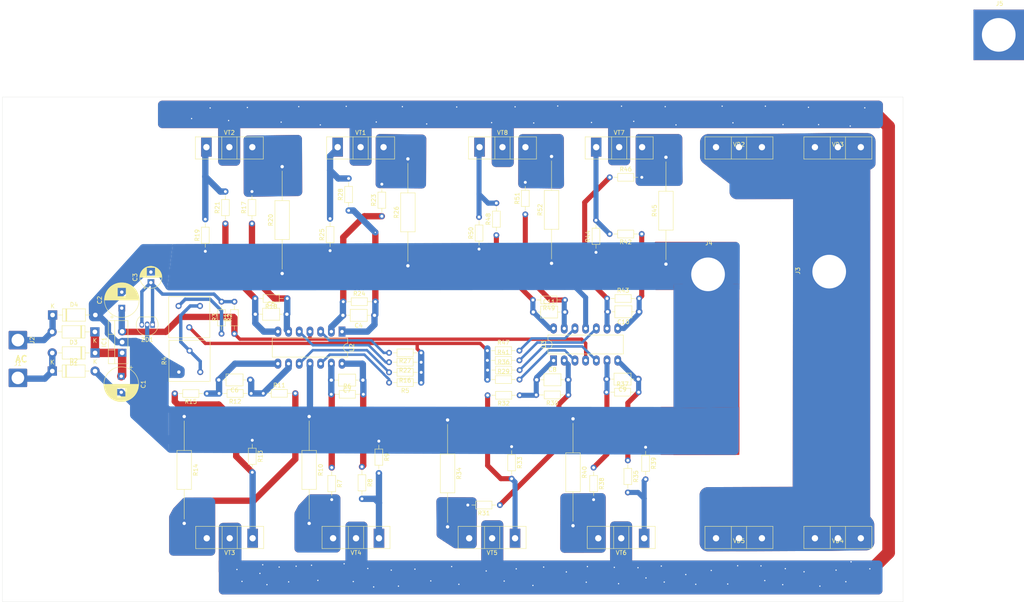
<source format=kicad_pcb>
(kicad_pcb (version 20241229) (generator "pcbnew") (generator_version "9.0")
  (layers (0 "F.Cu" signal) (2 "B.Cu" signal) (13 "F.Paste" user) (15 "B.Paste" user) (5 "F.SilkS" user "F.Silkscreen") (7 "B.SilkS" user "B.Silkscreen") (1 "F.Mask" user) (3 "B.Mask" user) (25 "Edge.Cuts" user))
  (net 0 "")
  (net 1 "GND")
  (net 2 "Net-(D1-K)")
  (net 3 "BoardPower")
  (net 4 "Net-(ZD1-K)")
  (net 5 "Net-(C4-Pad1)")
  (net 6 "Net-(U2A--)")
  (net 7 "Net-(U2B--)")
  (net 8 "Net-(C5-Pad1)")
  (net 9 "Net-(U2C--)")
  (net 10 "Net-(C7-Pad1)")
  (net 11 "Net-(U2D--)")
  (net 12 "Net-(C8-Pad1)")
  (net 13 "Net-(U3A--)")
  (net 14 "Net-(U3B--)")
  (net 15 "Net-(C9-Pad1)")
  (net 16 "Net-(U3C--)")
  (net 17 "Net-(C10-Pad1)")
  (net 18 "Net-(U3D--)")
  (net 19 "Net-(C11-Pad1)")
  (net 20 "Net-(D1-A)")
  (net 21 "Net-(D3-A)")
  (net 22 "Net-(J3-Pin_1)")
  (net 23 "Net-(R2-Pad2)")
  (net 24 "Ch_Adj")
  (net 25 "Net-(R3-Pad3)")
  (net 26 "Net-(U2D-+)")
  (net 27 "Net-(VT4-E)")
  (net 28 "Net-(VT4-G)")
  (net 29 "Net-(VT3-E)")
  (net 30 "Net-(VT3-G)")
  (net 31 "Net-(U2C-+)")
  (net 32 "Net-(VT2-E)")
  (net 33 "Net-(VT2-G)")
  (net 34 "Net-(U2B-+)")
  (net 35 "Net-(VT1-E)")
  (net 36 "Net-(VT1-G)")
  (net 37 "Net-(U2A-+)")
  (net 38 "Net-(U3A-+)")
  (net 39 "Net-(VT5-E)")
  (net 40 "Net-(VT5-G)")
  (net 41 "Net-(VT6-G)")
  (net 42 "Net-(U3B-+)")
  (net 43 "Net-(VT6-E)")
  (net 44 "Net-(U3C-+)")
  (net 45 "Net-(VT7-G)")
  (net 46 "Net-(VT7-E)")
  (net 47 "Net-(U3D-+)")
  (net 48 "Net-(VT8-G)")
  (net 49 "Net-(VT8-E)")
  (net 50 "IN+Dioded")
  (net 51 "Net-(C6-Pad2)")
  (net 52 "Net-(J5-Pin_1)")
  (footprint "Resistor_THT:R_Axial_DIN0204_L3.6mm_D1.6mm_P7.62mm_Horizontal" (layer "F.Cu") (at 145.24 72.59 90)
    (property "Reference" "R50")
    (property "Value" "4,7k")
  )
  (footprint "Resistor_THT:R_Axial_DIN0204_L3.6mm_D1.6mm_P7.62mm_Horizontal" (layer "F.Cu") (at 110.14 107.1)
    (property "Reference" "R6")
    (property "Value" "220k")
  )
  (footprint "Resistor_THT:R_Axial_DIN0204_L3.6mm_D1.6mm_P7.62mm_Horizontal" (layer "F.Cu") (at 166.44 107.25 180)
    (property "Reference" "R30")
    (property "Value" "220k")
  )
  (footprint "Resistor_THT:R_Axial_DIN0309_L9.0mm_D3.2mm_P25.40mm_Horizontal" (layer "F.Cu") (at 162.45 75.97 90)
    (property "Reference" "R52")
    (property "Value" "0,1R")
  )
  (footprint "Package_DIP:DIP-14_W7.62mm_LongPads" (layer "F.Cu") (at 162.93 99.07 90)
    (property "Reference" "U3")
    (property "Value" "LM324")
  )
  (footprint "Package_TO_SOT_THT:TO-247-3_Vertical" (layer "F.Cu") (at 121.47 141.31 180)
    (property "Reference" "VT4")
    (property "Value" "IRGPS40B120U")
  )
  (footprint "Resistor_THT:R_Axial_DIN0204_L3.6mm_D1.6mm_P7.62mm_Horizontal" (layer "F.Cu") (at 109.86 72.96 90)
    (property "Reference" "R25")
    (property "Value" "4,7k")
  )
  (footprint "Package_TO_SOT_THT:TO-247-3_Vertical" (layer "F.Cu") (at 145.35 48.36)
    (property "Reference" "VT8")
    (property "Value" "IRGPS40B120U")
  )
  (footprint "Diode_THT:D_DO-41_SOD81_P10.16mm_Horizontal" (layer "F.Cu") (at 43.96 88.25)
    (property "Reference" "D4")
    (property "Value" "1N4007")
  )
  (footprint "Capacitor_THT:CP_Radial_D8.0mm_P3.80mm" (layer "F.Cu") (at 60.39 86.61 90)
    (property "Reference" "C2")
    (property "Value" "100uF")
  )
  (footprint "Package_TO_SOT_THT:TO-247-3_Vertical" (layer "F.Cu") (at 111.66 48.36)
    (property "Reference" "VT1")
    (property "Value" "IRGPS40B120U")
  )
  (footprint "Resistor_THT:R_Axial_DIN0204_L3.6mm_D1.6mm_P7.62mm_Horizontal" (layer "F.Cu") (at 121.44 118.23 -90)
    (property "Reference" "R9")
    (property "Value" "4,7k")
  )
  (footprint "Resistor_THT:R_Axial_DIN0204_L3.6mm_D1.6mm_P7.62mm_Horizontal" (layer "F.Cu") (at 85 66.53 90)
    (property "Reference" "R21")
    (property "Value" "1k")
  )
  (footprint "Resistor_THT:R_Axial_DIN0204_L3.6mm_D1.6mm_P7.62mm_Horizontal" (layer "F.Cu") (at 117.43 124.32 -90)
    (property "Reference" "R8")
    (property "Value" "1k")
  )
  (footprint "Package_TO_SOT_THT:TO-92_Inline" (layer "F.Cu") (at 67.7 90.55 180)
    (property "Reference" "ZD1")
    (property "Value" "TL431")
  )
  (footprint "Resistor_THT:R_Axial_DIN0204_L3.6mm_D1.6mm_P7.62mm_Horizontal" (layer "F.Cu") (at 131.49 101.88 180)
    (property "Reference" "R16")
    (property "Value" "1k")
  )
  (footprint "SuperTO247-3:TO-247-3(powirtab)" (layer "F.Cu") (at 225 48.36)
    (property "Reference" "VD3")
    (property "Value" "80EBU02")
  )
  (footprint "Resistor_THT:R_Axial_DIN0204_L3.6mm_D1.6mm_P7.62mm_Horizontal" (layer "F.Cu") (at 150.19 133.42 180)
    (property "Reference" "R31")
    (property "Value" "1k")
  )
  (footprint "Resistor_THT:R_Axial_DIN0204_L3.6mm_D1.6mm_P7.62mm_Horizontal" (layer "F.Cu") (at 93.99 106.875)
    (property "Reference" "R11")
    (property "Value" "1k")
  )
  (footprint "Package_TO_SOT_THT:TO-247-3_Vertical" (layer "F.Cu") (at 80.49 48.36)
    (property "Reference" "VT2")
    (property "Value" "IRGPS40B120U")
  )
  (footprint "Resistor_THT:R_Axial_DIN0204_L3.6mm_D1.6mm_P7.62mm_Horizontal" (layer "F.Cu") (at 114.26 63.42 90)
    (property "Reference" "R28")
    (property "Value" "1k")
  )
  (footprint "Library:SolderWire-16sqmm_1x01_D8.5mm_OD12mm" (layer "F.Cu") (at 268.65 21.67)
    (property "Reference" "J5")
    (property "Value" "LOAD_IN+")
  )
  (footprint "Capacitor_THT:CP_Radial_D8.0mm_P3.80mm" (layer "F.Cu") (at 60.27 102.81 -90)
    (property "Reference" "C1")
    (property "Value" "100uF")
  )
  (footprint "Resistor_THT:R_Axial_DIN0309_L9.0mm_D3.2mm_P25.40mm_Horizontal" (layer "F.Cu") (at 167.55 112.93 -90)
    (property "Reference" "R40")
    (property "Value" "0,1R")
  )
  (footprint "Resistor_THT:R_Axial_DIN0204_L3.6mm_D1.6mm_P7.62mm_Horizontal" (layer "F.Cu") (at 173.01 73.36 90)
    (property "Reference" "R44")
    (property "Value" "4,7k")
  )
  (footprint "Potentiometer_THT:Potentiometer_Bourns_3386F_Vertical" (layer "F.Cu") (at 73.88 86.105 -90)
    (property "Reference" "R3")
    (property "Value" "5k")
  )
  (footprint "Resistor_THT:R_Axial_DIN0309_L9.0mm_D3.2mm_P25.40mm_Horizontal" (layer "F.Cu") (at 137.76 113.2 -90)
    (property "Reference" "R34")
    (property "Value" "0,1R")
  )
  (footprint "Connector_Wire:SolderWire-2.5sqmm_1x01_D2.4mm_OD4.4mm" (layer "F.Cu") (at 35.72 103.2)
    (property "Reference" "J1")
    (property "Value" "IN+")
  )
  (footprint "Resistor_THT:R_Axial_DIN0204_L3.6mm_D1.6mm_P7.62mm_Horizontal" (layer "F.Cu") (at 175.64 84.33)
    (property "Reference" "R43")
    (property "Value" "220k")
  )
  (footprint "Package_TO_SOT_THT:TO-220-3_Vertical" (layer "F.Cu") (at 60.48 97.24 90)
    (property "Reference" "IC1")
    (property "Value" "L7812")
  )
  (footprint "Resistor_THT:R_Axial_DIN0204_L3.6mm_D1.6mm_P7.62mm_Horizontal" (layer "F.Cu") (at 156.22 64.34 90)
    (property "Reference" "R51")
    (property "Value" "1k")
  )
  (footprint "Resistor_THT:R_Axial_DIN0309_L9.0mm_D3.2mm_P25.40mm_Horizontal" (layer "F.Cu") (at 189.62 76.16 90)
    (property "Reference" "R45")
    (property "Value" "0,1R")
  )
  (footprint "Resistor_THT:R_Axial_DIN0204_L3.6mm_D1.6mm_P7.62mm_Horizontal" (layer "F.Cu") (at 91.31 66.53 90)
    (property "Reference" "R17")
    (property "Value" "1k")
  )
  (footprint "Resistor_THT:R_Axial_DIN0204_L3.6mm_D1.6mm_P7.62mm_Horizontal" (layer "F.Cu") (at 91.38 118.02 -90)
    (property "Reference" "R13")
    (property "Value" "4,7k")
  )
  (footprint "Capacitor_THT:CP_Radial_D5.0mm_P2.50mm" (layer "F.Cu") (at 67.3 80.54 90)
    (property "Reference" "C3")
    (property "Value" "10uF")
  )
  (footprint "Resistor_THT:R_Axial_DIN0204_L3.6mm_D1.6mm_P7.62mm_Horizontal" (layer "F.Cu") (at 131.49 97.24 180)
    (property "Reference" "R27")
    (property "Value" "1k")
  )
  (footprint "Resistor_THT:R_Axial_DIN0204_L3.6mm_D1.6mm_P7.62mm_Horizontal" (layer "F.Cu") (at 176.27 55.53)
    (property "Reference" "R46")
    (property "Value" "1k")
  )
  (footprint "Resistor_THT:R_Axial_DIN0309_L9.0mm_D3.2mm_P25.40mm_Horizontal" (layer "F.Cu") (at 75.22 112.38 -90)
    (property "Reference" "R14")
    (property "Value" "0,1R")
  )
  (footprint "Resistor_THT:R_Axial_DIN0204_L3.6mm_D1.6mm_P7.62mm_Horizontal" (layer "F.Cu") (at 80.6 106.915 180)
    (property "Reference" "R15")
    (property "Value" "1k")
  )
  (footprint "Package_TO_SOT_THT:TO-247-3_Vertical" (layer "F.Cu") (at 173.06 48.36)
    (property "Reference" "VT7")
    (property "Value" "IRGPS40B120U")
  )
  (footprint "Resistor_THT:R_Axial_DIN0204_L3.6mm_D1.6mm_P7.62mm_Horizontal" (layer "F.Cu") (at 80.23 73.11 90)
    (property "Reference" "R19")
    (property "Value" "4,7k")
  )
  (footprint "Diode_THT:D_DO-41_SOD81_P10.16mm_Horizontal" (layer "F.Cu") (at 54.05 97.26 180)
    (property "Reference" "D1")
    (property "Value" "1N4007")
  )
  (footprint "Resistor_THT:R_Axial_DIN0204_L3.6mm_D1.6mm_P7.62mm_Horizontal" (layer "F.Cu") (at 165.64 84.68 180)
    (property "Reference" "R49")
    (property "Value" "220k")
  )
  (footprint "Resistor_THT:R_Axial_DIN0204_L3.6mm_D1.6mm_P7.62mm_Horizontal" (layer "F.Cu") (at 152.97 119.54 -90)
    (property "Reference" "R33")
    (property "Value" "4,7k")
  )
  (footprint "SuperTO247-3:TO-247-3(powirtab)" (layer "F.Cu") (at 212.41 141.31 180)
    (property "Reference" "VD5")
    (property "Value" "80EBU02")
  )
  (footprint "Package_DIP:DIP-14_W7.62mm_LongPads" (layer "F.Cu") (at 112.7 92.2 -90)
    (property "Reference" "U2")
    (property "Value" "LM324")
  )
  (footprint "Resistor_THT:R_Axial_DIN0309_L9.0mm_D3.2mm_P25.40mm_Horizontal" (layer "F.Cu") (at 104.895 112.38 -90)
    (property "Reference" "R10")
    (property "Value" "0,1R")
  )
  (footprint "Resistor_THT:R_Axial_DIN0309_L9.0mm_D3.2mm_P25.40mm_Horizontal" (layer "F.Cu") (at 128.34 76.55 90)
    (property "Reference" "R26")
    (property "Value" "0,1R")
  )
  (footprint "Resistor_THT:R_Axial_DIN0204_L3.6mm_D1.6mm_P7.62mm_Horizontal" (layer "F.Cu") (at 91.12 106.895 180)
    (property "Reference" "R12")
    (property "Value" "220k")
  )
  (footprint "Capacitor_THT:C_Axial_L3.8mm_D2.6mm_P7.50mm_Horizontal" (layer "F.Cu") (at 158.12 87.55)
    (property "Reference" "C11")
    (property "Value" "1nF")
  )
  (footprint "Resistor_THT:R_Axial_DIN0204_L3.6mm_D1.6mm_P7.62mm_Horizontal" (layer "F.Cu") (at 147.21 99.03)
    (property "Reference" "R41")
    (property "Value" "1k")
  )
  (footprint "Resistor_THT:R_Axial_DIN0204_L3.6mm_D1.6mm_P7.62mm_Horizontal" (layer "F.Cu") (at 147.23 103.6)
    (property "Reference" "R29")
    (property "Value" "1k")
  )
  (footprint "Resistor_THT:R_Axial_DIN0204_L3.6mm_D1.6mm_P7.62mm_Horizontal" (layer "F.Cu") (at 154.89 107.33 180)
    (property "Reference" "R32")
    (property "Value" "1k")
  )
  (footprint "Resistor_THT:R_Axial_DIN0204_L3.6mm_D1.6mm_P7.62mm_Horizontal" (layer "F.Cu") (at 131.5 104.32 180)
    (property "Reference" "R5")
    (property "Value" "1k")
  )
  (footprint "Resistor_THT:R_Axial_DIN0204_L3.6mm_D1.6mm_P7.62mm_Horizontal" (layer "F.Cu") (at 87.14 92.7 90)
    (property "Reference" "R1")
    (property "Value" "2k")
  )
  (footprint "Package_TO_SOT_THT:TO-247-3_Vertical" (layer "F.Cu") (at 153.79 141.31 180)
    (property "Reference" "VT5")
    (property "Value" "IRGPS40B120U")
  )
  (footprint "Resistor_THT:R_Axial_DIN0204_L3.6mm_D1.6mm_P7.62mm_Horizontal" (layer "F.Cu") (at 183.87 69 180)
    (property "Reference" "R42")
    (property "Value" "1k")
  )
  (footprint "SuperTO247-3:TO-247-3(powirtab)" (layer "F.Cu") (at 201.51 48.36)
    (property "Reference" "VD2")
    (property "Value" "80EBU02")
  )
  (footprint "Library:SolderWire-16sqmm_1x01_D8.5mm_OD12mm" (layer "F.Cu") (at 199.62 78.59)
    (property "Reference" "J4")
    (property "Value" "GND")
  )
  (footprint "Capacitor_THT:C_Axial_L3.8mm_D2.6mm_P7.50mm_Horizontal" (layer "F.Cu") (at 117.65 103.73 180)
    (property "Reference" "C7")
    (property "Value" "1nF")
  )
  (footprint "Resistor_THT:R_Axial_DIN0204_L3.6mm_D1.6mm_P7.62mm_Horizontal" (layer "F.Cu") (at 112.99 85.09)
    (property "Reference" "R24")
    (property "Value" "220k")
  )
  (footprint "Potentiometer_THT:Potentiometer_Bourns_3386F_Vertical" (layer "F.Cu") (at 79.03 101.81 90)
    (property "Reference" "R4")
    (property "Value" "2k")
  )
  (footprint "Capacitor_THT:C_Axial_L3.8mm_D2.6mm_P7.50mm_Horizontal" (layer "F.Cu") (at 158.92 103.64)
    (property "Reference" "C8")
    (property "Value" "1nF")
  )
  (footprint "Resistor_THT:R_Axial_DIN0204_L3.6mm_D1.6mm_P7.62mm_Horizontal" (layer "F.Cu") (at 149.35 69.28 90)
    (property "Reference" "R48")
    (property "Value" "1k")
  )
  (footprint "Resistor_THT:R_Axial_DIN0204_L3.6mm_D1.6mm_P7.62mm_Horizontal" (layer "F.Cu") (at 184.79 119.68 -90)
    (property "Reference" "R39")
    (property "Value" "4,7k")
  )
  (footprint "Resistor_THT:R_Axial_DIN0204_L3.6mm_D1.6mm_P7.62mm_Horizontal" (layer "F.Cu") (at 147.21 96.71)
    (property "Reference" "R47")
    (property "Value" "1k")
  )
  (footprint "Resistor_THT:R_Axial_DIN0204_L3.6mm_D1.6mm_P7.62mm_Horizontal" (layer "F.Cu") (at 172.44 124.52 -90)
    (property "Reference" "R38")
    (property "Value" "1k")
  )
  (footprint "Library:SolderWire-16sqmm_1x01_D8.5mm_OD12mm" (layer "F.Cu") (at 228.39 77.94 90)
    (property "Reference" "J3")
    (property "Value" "LOAD_IN+")
  )
  (footprint "Resistor_THT:R_Axial_DIN0204_L3.6mm_D1.6mm_P7.62mm_Horizontal" (layer "F.Cu") (at 99.69 84.33 180)
    (property "Reference" "R18")
    (property "Value" "220k")
  )
  (footprint "Resistor_THT:R_Axial_DIN0309_L9.0mm_D3.2mm_P25.40mm_Horizontal" (layer "F.Cu") (at 98.48 78.39 90)
    (property "Reference" "R20")
    (property "Value" "0,1R")
  )
  (footprint "Diode_THT:D_DO-41_SOD81_P10.16mm_Horizontal" (layer "F.Cu") (at 43.89 101.58)
    (property "Reference" "D2")
    (property "Value" "1N4007")
  )
  (footprint "Package_TO_SOT_THT:TO-247-3_Vertical" (layer "F.Cu") (at 184.45 141.31 180)
    (property "Reference" "VT6")
    (property "Value" "IRGPS40B120U")
  )
  (footprint "Resistor_THT:R_Axial_DIN0204_L3.6mm_D1.6mm_P7.62mm_Horizontal" (layer "F.Cu") (at 131.48 99.48 180)
    (property "Reference" "R22")
    (property "Value" "1k")
  )
  (footprint "Resistor_THT:R_Axial_DIN0204_L3.6mm_D1.6mm_P7.62mm_Horizontal" (layer "F.Cu") (at 122.15 64.78 90)
    (property "Reference" "R23")
    (property "Value" "1k")
  )
  (footprint "Resistor_THT:R_Axial_DIN0204_L3.6mm_D1.6mm_P7.62mm_Horizontal" (layer "F.Cu") (at 84.08 85.08 -90)
    (property "Reference" "R2")
    (property "Value" "22k*")
  )
  (footprint "Package_TO_SOT_THT:TO-247-3_Vertical" (layer "F.Cu") (at 91.47 141.31 180)
    (property "Reference" "VT3")
    (property "Value" "IRGPS40B120U")
  )
  (footprint "Capacitor_THT:C_Axial_L3.8mm_D2.6mm_P7.50mm_Horizontal" (layer "F.Cu") (at 120.41 88.33 180)
    (property "Reference" "C4")
    (property "Value" "1nF")
  )
  (footprint "SuperTO247-3:TO-247-3(powirtab)" (layer "F.Cu") (at 235.9 141.31 180)
    (property "Reference" "VD4")
    (property "Value" "80EBU02")
  )
  (footprint "Capacitor_THT:C_Axial_L3.8mm_D2.6mm_P7.50mm_Horizontal" (layer "F.Cu") (at 92.1 88.07)
    (property "Reference" "C5")
    (property "Value" "1nF")
  )
  (footprint "Diode_THT:D_DO-41_SOD81_P10.16mm_Horizontal" (layer "F.Cu") (at 54.01 92.26 180)
    (property "Reference" "D3")
    (property "Value" "1N4007")
  )
  (footprint "Resistor_THT:R_Axial_DIN0204_L3.6mm_D1.6mm_P7.62mm_Horizontal" (layer "F.Cu") (at 180.57 122.81 -90)
    (property "Reference" "R35")
    (property "Value" "1k")
  )
  (footprint "Resistor_THT:R_Axial_DIN0204_L3.6mm_D1.6mm_P7.62mm_Horizontal" (layer "F.Cu") (at 110.25 124.51 -90)
    (property "Reference" "R7")
    (property "Value" "1k")
  )
  (footprint "Resistor_THT:R_Axial_DIN0204_L3.6mm_D1.6mm_P7.62mm_Horizontal" (layer "F.Cu") (at 147.26 101.35)
    (property "Reference" "R36")
    (property "Value" "1k")
  )
  (footprint "Capacitor_THT:C_Axial_L3.8mm_D2.6mm_P7.50mm_Horizontal" (layer "F.Cu") (at 183.26 87.48 180)
    (property "Reference" "C10")
    (property "Value" "1nF")
  )
  (footprint "Connector_Wire:SolderWire-2.5sqmm_1x01_D2.4mm_OD4.4mm" (layer "F.Cu") (at 35.72 94.22 -90)
    (property "Reference" "J2")
    (property "Value" "IN-")
  )
  (footprint "Resistor_THT:R_Axial_DIN0204_L3.6mm_D1.6mm_P7.62mm_Horizontal" (layer "F.Cu") (at 175.51 106.6)
    (property "Reference" "R37")
    (property "Value" "220k")
  )
  (footprint "Capacitor_THT:C_Axial_L3.8mm_D2.6mm_P7.50mm_Horizontal" (layer "F.Cu") (at 183.06 103.5 180)
    (property "Reference" "C9")
    (property "Value" "1nF")
  )
  (footprint "Capacitor_THT:C_Axial_L3.8mm_D2.6mm_P7.50mm_Horizontal" (layer "F.Cu") (at 90.92 103.685 180)
    (property "Reference" "C6")
    (property "Value" "1nF")
  )
  (gr_rect (start 32.06 36.425) (end 245.92 156.425) (stroke (width 0.05)) (fill no) (layer "Edge.Cuts"))
  (gr_text "AC\n" (at 34.94 99.6 0) (layer "F.SilkS") (effects (font (size 1.5 1.5) (thickness 0.3) (bold yes)) (justify left bottom)))
  (segment (start 60.39 82.81) (end 59.56 82.81) (width 1.5) (layer "B.Cu") (net 1))
  (segment (start 105.08 112.195) (end 104.895 112.38) (width 1.5) (layer "B.Cu") (net 1))
  (segment (start 59.2 94.7) (end 60.48 94.7) (width 1.5) (layer "B.Cu") (net 1))
  (segment (start 71.85 78.04) (end 71.86 78.05) (width 1.2) (layer "B.Cu") (net 1))
  (segment (start 60.27 106.61) (end 59.08 106.61) (width 1.5) (layer "B.Cu") (net 1))
  (segment (start 59.56 82.81) (end 54.12 88.25) (width 1.5) (layer "B.Cu") (net 1))
  (segment (start 73.95 101.81) (end 66.45 101.81) (width 1.2) (layer "B.Cu") (net 1))
  (segment (start 57.1 92.6) (end 59.2 94.7) (width 1.5) (layer "B.Cu") (net 1))
  (segment (start 57.1 90.55) (end 57.1 92.6) (width 1.5) (layer "B.Cu") (net 1))
  (segment (start 66.43 105.49) (end 72.26 111.32) (width 1.2) (layer "B.Cu") (net 1))
  (segment (start 66.43 90.55) (end 66.43 96.2) (width 1) (layer "B.Cu") (net 1))
  (segment (start 66.43 101.79) (end 66.43 105.49) (width 1.2) (layer "B.Cu") (net 1))
  (segment (start 66.43 96.2) (end 66.43 101.79) (width 1.2) (layer "B.Cu") (net 1))
  (segment (start 65.16 78.04) (end 60.39 82.81) (width 1.2) (layer "B.Cu") (net 1))
  (segment (start 105.08 99.82) (end 105.08 112.195) (width 1.5) (layer "B.Cu") (net 1))
  (segment (start 170.55 84.1) (end 167.47 81.02) (width 1.2) (layer "B.Cu") (net 1))
  (segment (start 63.65 94.7) (end 60.48 94.7) (width 2) (layer "B.Cu") (net 1))
  (segment (start 59.08 106.61) (end 54.05 101.58) (width 1.5) (layer "B.Cu") (net 1))
  (segment (start 67.3 78.04) (end 71.85 78.04) (width 1.2) (layer "B.Cu") (net 1))
  (segment (start 54.12 88.25) (end 54.8 88.25) (width 1.5) (layer "B.Cu") (net 1))
  (segment (start 63.7 94.75) (end 65.15 96.2) (width 1.2) (layer "B.Cu") (net 1))
  (segment (start 72.36 118.7) (end 72.36 119.75) (width 1.5) (layer "B.Cu") (net 1))
  (segment (start 66.45 101.81) (end 66.43 101.79) (width 0.8) (layer "B.Cu") (net 1))
  (segment (start 54.8 88.25) (end 57.1 90.55) (width 1.5) (layer "B.Cu") (net 1))
  (segment (start 67.3 78.04) (end 65.16 78.04) (width 1.2) (layer "B.Cu") (net 1))
  (segment (start 63.7 94.75) (end 63.65 94.7) (width 2) (layer "B.Cu") (net 1))
  (segment (start 65.15 96.2) (end 66.43 96.2) (width 1.2) (layer "B.Cu") (net 1))
  (segment (start 60.48 94.7) (end 60.48 94.61) (width 0.8) (layer "B.Cu") (net 1))
  (segment (start 60.27 106.61) (end 72.36 118.7) (width 1.5) (layer "B.Cu") (net 1))
  (segment (start 170.55 91.45) (end 170.55 84.1) (width 1.2) (layer "B.Cu") (net 1))
  (segment (start 54.01 92.26) (end 54.01 97.22) (width 2) (layer "F.Cu") (net 2))
  (segment (start 54.05 97.26) (end 60.46 97.26) (width 2) (layer "F.Cu") (net 2))
  (segment (start 60.48 97.24) (end 60.48 102.6) (width 2) (layer "F.Cu") (net 2))
  (segment (start 60.46 97.26) (end 60.48 97.24) (width 2) (layer "F.Cu") (net 2))
  (segment (start 60.48 102.6) (end 60.27 102.81) (width 2) (layer "F.Cu") (net 2))
  (segment (start 54.01 97.22) (end 54.05 97.26) (width 2) (layer "F.Cu") (net 2))
  (segment (start 54.01 97.22) (end 54.05 97.26) (width 0.6) (layer "B.Cu") (net 2))
  (segment (start 54.07 97.24) (end 54.05 97.26) (width 1.5) (layer "B.Cu") (net 2))
  (segment (start 60.48 92.16) (end 60.57 92.25) (width 1.5) (layer "F.Cu") (net 3))
  (segment (start 105.08 93.62) (end 105.08 92.2) (width 0.8) (layer "F.Cu") (net 3))
  (segment (start 170.55 94.97) (end 170.55 99.07) (width 0.8) (layer "F.Cu") (net 3))
  (segment (start 104.7 94) (end 169.58 94) (width 0.8) (layer "F.Cu") (net 3))
  (segment (start 60.57 92.25) (end 70.84 92.25) (width 1.5) (layer "F.Cu") (net 3))
  (segment (start 169.58 94) (end 170.55 94.97) (width 0.8) (layer "F.Cu") (net 3))
  (segment (start 88.44 94) (end 104.7 94) (width 0.8) (layer "F.Cu") (net 3))
  (segment (start 104.7 94) (end 105.08 93.62) (width 0.8) (layer "F.Cu") (net 3))
  (segment (start 87.14 88.92) (end 87.14 92.7) (width 1.5) (layer "F.Cu") (net 3))
  (segment (start 86.92 88.7) (end 87.14 88.92) (width 1.5) (layer "F.Cu") (net 3))
  (segment (start 74.39 88.7) (end 86.92 88.7) (width 1.5) (layer "F.Cu") (net 3))
  (segment (start 70.84 92.25) (end 74.39 88.7) (width 1.5) (layer "F.Cu") (net 3))
  (segment (start 87.14 92.7) (end 88.44 94) (width 0.8) (layer "F.Cu") (net 3))
  (segment (start 60.39 92.07) (end 60.48 92.16) (width 1.5) (layer "B.Cu") (net 3))
  (segment (start 60.39 86.61) (end 60.39 92.07) (width 1.5) (layer "B.Cu") (net 3))
  (segment (start 82.29 83.29) (end 84.08 85.08) (width 0.8) (layer "B.Cu") (net 4))
  (segment (start 67.7 90.55) (end 67.7 80.94) (width 0.8) (layer "B.Cu") (net 4))
  (segment (start 65.16 90.55) (end 65.16 82.68) (width 0.8) (layer "B.Cu") (net 4))
  (segment (start 67.3 80.54) (end 70.05 83.29) (width 0.8) (layer "B.Cu") (net 4))
  (segment (start 67.7 80.94) (end 67.3 80.54) (width 0.8) (layer "B.Cu") (net 4))
  (segment (start 70.05 83.29) (end 82.29 83.29) (width 0.8) (layer "B.Cu") (net 4))
  (segment (start 65.16 82.68) (end 67.3 80.54) (width 0.8) (layer "B.Cu") (net 4))
  (segment (start 84.08 85.08) (end 87.14 85.08) (width 0.8) (layer "B.Cu") (net 4))
  (segment (start 120.61 68.61) (end 120.61 85.09) (width 1.5) (layer "F.Cu") (net 5))
  (via (at 120.61 68.61) (size 0.6) (drill 0.3) (layers "F.Cu" "B.Cu") (net 5))
  (segment (start 118.74 92.2) (end 112.7 92.2) (width 1.5) (layer "B.Cu") (net 5))
  (segment (start 120.41 90.53) (end 118.74 92.2) (width 1.5) (layer "B.Cu") (net 5))
  (segment (start 115.42 63.42) (end 114.26 63.42) (width 1.5) (layer "B.Cu") (net 5))
  (segment (start 120.41 88.33) (end 120.41 90.53) (width 1.5) (layer "B.Cu") (net 5))
  (segment (start 120.61 88.13) (end 120.41 88.33) (width 1.5) (layer "B.Cu") (net 5))
  (segment (start 120.61 85.09) (end 120.61 88.13) (width 1.5) (layer "B.Cu") (net 5))
  (segment (start 120.61 68.61) (end 115.42 63.42) (width 1.5) (layer "B.Cu") (net 5))
  (segment (start 120.69 85.17) (end 120.61 85.09) (width 1.5) (layer "B.Cu") (net 5))
  (segment (start 118 64.78) (end 122.15 64.78) (width 1.5) (layer "F.Cu") (net 6))
  (segment (start 112.99 85.09) (end 112.99 69.79) (width 1.5) (layer "F.Cu") (net 6))
  (segment (start 112.99 69.79) (end 118 64.78) (width 1.5) (layer "F.Cu") (net 6))
  (segment (start 110.16 91.08) (end 112.91 88.33) (width 1.5) (layer "B.Cu") (net 6))
  (segment (start 112.91 85.17) (end 112.99 85.09) (width 1.5) (layer "B.Cu") (net 6))
  (segment (start 112.91 88.33) (end 112.91 85.17) (width 1.5) (layer "B.Cu") (net 6))
  (segment (start 110.16 92.2) (end 110.16 91.08) (width 1.5) (layer "B.Cu") (net 6))
  (segment (start 96.63 84.33) (end 99.69 84.33) (width 1.5) (layer "F.Cu") (net 7))
  (segment (start 91.31 66.53) (end 91.31 79.01) (width 1.5) (layer "F.Cu") (net 7))
  (segment (start 91.31 79.01) (end 96.63 84.33) (width 1.5) (layer "F.Cu") (net 7))
  (segment (start 99.69 84.33) (end 99.69 87.98) (width 1.5) (layer "B.Cu") (net 7))
  (segment (start 99.69 87.98) (end 99.6 88.07) (width 1.5) (layer "B.Cu") (net 7))
  (segment (start 99.6 88.07) (end 99.6 91.8) (width 1.5) (layer "B.Cu") (net 7))
  (segment (start 99.6 91.8) (end 100 92.2) (width 1.5) (layer "B.Cu") (net 7))
  (segment (start 85 77.26) (end 92.07 84.33) (width 1.5) (layer "F.Cu") (net 8))
  (segment (start 85 66.53) (end 85 77.26) (width 1.5) (layer "F.Cu") (net 8))
  (segment (start 92.1 90.18) (end 94.12 92.2) (width 1.5) (layer "B.Cu") (net 8))
  (segment (start 94.12 92.2) (end 97.46 92.2) (width 1.5) (layer "B.Cu") (net 8))
  (segment (start 92.1 88.07) (end 92.1 90.18) (width 1.5) (layer "B.Cu") (net 8))
  (segment (start 92.07 88.04) (end 92.1 88.07) (width 1.5) (layer "B.Cu") (net 8))
  (segment (start 92.07 84.33) (end 92.07 88.04) (width 1.5) (layer "B.Cu") (net 8))
  (segment (start 91.12 106.895) (end 91.12 103.885) (width 1.5) (layer "B.Cu") (net 9))
  (segment (start 100 100.865) (end 100 99.82) (width 1.5) (layer "B.Cu") (net 9))
  (segment (start 91.12 103.885) (end 90.92 103.685) (width 1.5) (layer "B.Cu") (net 9))
  (segment (start 93.99 106.875) (end 100 100.865) (width 1.5) (layer "B.Cu") (net 9))
  (segment (start 91.12 106.895) (end 93.97 106.895) (width 1.5) (layer "B.Cu") (net 9))
  (segment (start 93.97 106.895) (end 93.99 106.875) (width 1.5) (layer "B.Cu") (net 9))
  (segment (start 117.43 124.32) (end 117.73 124.02) (width 1.5) (layer "F.Cu") (net 10))
  (segment (start 117.73 124.02) (end 117.73 107.13) (width 1.5) (layer "F.Cu") (net 10))
  (segment (start 117.73 107.13) (end 117.76 107.1) (width 1.5) (layer "F.Cu") (net 10))
  (segment (start 117.52 99.82) (end 112.7 99.82) (width 1.5) (layer "B.Cu") (net 10))
  (segment (start 117.65 99.95) (end 117.52 99.82) (width 1.5) (layer "B.Cu") (net 10))
  (segment (start 117.76 107.1) (end 117.76 103.84) (width 1.5) (layer "B.Cu") (net 10))
  (segment (start 117.65 103.73) (end 117.65 99.95) (width 1.5) (layer "B.Cu") (net 10))
  (segment (start 117.76 103.84) (end 117.65 103.73) (width 1.5) (layer "B.Cu") (net 10))
  (segment (start 110.25 124.51) (end 110.25 107.21) (width 1.5) (layer "F.Cu") (net 11))
  (segment (start 110.25 107.21) (end 110.14 107.1) (width 1.5) (layer "F.Cu") (net 11))
  (segment (start 110.15 99.83) (end 110.16 99.82) (width 1.5) (layer "B.Cu") (net 11))
  (segment (start 110.14 107.1) (end 110.14 103.74) (width 1.5) (layer "B.Cu") (net 11))
  (segment (start 110.14 103.74) (end 110.15 103.73) (width 1.5) (layer "B.Cu") (net 11))
  (segment (start 110.15 103.73) (end 110.15 99.83) (width 1.5) (layer "B.Cu") (net 11))
  (segment (start 158.92 103.08) (end 162.93 99.07) (width 1.2) (layer "B.Cu") (net 12))
  (segment (start 158.82 103.74) (end 158.92 103.64) (width 1.2) (layer "B.Cu") (net 12))
  (segment (start 154.89 107.33) (end 158.74 107.33) (width 1.2) (layer "B.Cu") (net 12))
  (segment (start 158.92 103.64) (end 158.92 103.08) (width 1.2) (layer "B.Cu") (net 12))
  (segment (start 158.82 107.25) (end 158.82 103.74) (width 1.2) (layer "B.Cu") (net 12))
  (segment (start 158.74 107.33) (end 158.82 107.25) (width 1.2) (layer "B.Cu") (net 12))
  (segment (start 164.2 109.49) (end 166.44 107.25) (width 1.2) (layer "F.Cu") (net 13))
  (segment (start 150.19 133.42) (end 164.2 119.41) (width 1.2) (layer "F.Cu") (net 13))
  (segment (start 164.2 119.41) (end 164.2 109.49) (width 1.2) (layer "F.Cu") (net 13))
  (segment (start 166.44 107.25) (end 166.44 103.66) (width 1.2) (layer "B.Cu") (net 13))
  (segment (start 166.42 100.02) (end 165.47 99.07) (width 1.2) (layer "B.Cu") (net 13))
  (segment (start 166.42 103.64) (end 166.42 100.02) (width 1.2) (layer "B.Cu") (net 13))
  (segment (start 166.44 103.66) (end 166.42 103.64) (width 1.2) (layer "B.Cu") (net 13))
  (segment (start 175.6 106.69) (end 175.51 106.6) (width 1.2) (layer "F.Cu") (net 14))
  (segment (start 172.44 124.52) (end 175.6 121.36) (width 1.2) (layer "F.Cu") (net 14))
  (segment (start 175.6 121.36) (end 175.6 106.69) (width 1.2) (layer "F.Cu") (net 14))
  (segment (start 175.63 106.48) (end 175.51 106.6) (width 1.2) (layer "B.Cu") (net 14))
  (segment (start 175.63 99.07) (end 175.63 106.48) (width 1.2) (layer "B.Cu") (net 14))
  (segment (start 180.57 122.81) (end 180.57 109.16) (width 1.2) (layer "F.Cu") (net 15))
  (segment (start 180.57 109.16) (end 183.13 106.6) (width 1.2) (layer "F.Cu") (net 15))
  (segment (start 183.13 103.57) (end 183.06 103.5) (width 1.2) (layer "B.Cu") (net 15))
  (segment (start 183.13 106.6) (end 183.13 103.57) (width 1.2) (layer "B.Cu") (net 15))
  (segment (start 182.6 103.5) (end 178.17 99.07) (width 1.2) (layer "B.Cu") (net 15))
  (segment (start 183.06 103.5) (end 182.6 103.5) (width 1.2) (layer "B.Cu") (net 15))
  (segment (start 176.27 55.53) (end 170.32 61.48) (width 1.2) (layer "F.Cu") (net 16))
  (segment (start 170.32 79.01) (end 175.64 84.33) (width 1.2) (layer "F.Cu") (net 16))
  (segment (start 170.32 61.48) (end 170.32 79.01) (width 1.2) (layer "F.Cu") (net 16))
  (segment (start 175.64 91.44) (end 175.63 91.45) (width 1.2) (layer "B.Cu") (net 16))
  (segment (start 175.64 84.33) (end 175.64 91.44) (width 1.2) (layer "B.Cu") (net 16))
  (segment (start 183.87 69) (end 183.87 83.72) (width 1.2) (layer "F.Cu") (net 17))
  (segment (start 183.87 83.72) (end 183.26 84.33) (width 1.2) (layer "F.Cu") (net 17))
  (segment (start 179.65 91.45) (end 178.17 91.45) (width 1.2) (layer "B.Cu") (net 17))
  (segment (start 183.26 84.33) (end 183.26 87.48) (width 1.2) (layer "B.Cu") (net 17))
  (segment (start 183.26 87.84) (end 179.65 91.45) (width 1.2) (layer "B.Cu") (net 17))
  (segment (start 183.26 87.48) (end 183.26 87.84) (width 1.2) (layer "B.Cu") (net 17))
  (segment (start 156.22 78.72) (end 162.18 84.68) (width 1.2) (layer "F.Cu") (net 18))
  (segment (start 162.18 84.68) (end 165.64 84.68) (width 1.2) (layer "F.Cu") (net 18))
  (segment (start 156.22 64.34) (end 156.22 78.72) (width 1.2) (layer "F.Cu") (net 18))
  (segment (start 165.47 84.85) (end 165.64 84.68) (width 1.2) (layer "B.Cu") (net 18))
  (segment (start 165.47 91.45) (end 165.47 84.85) (width 1.2) (layer "B.Cu") (net 18))
  (segment (start 149.35 76.01) (end 158.02 84.68) (width 1.2) (layer "F.Cu") (net 19))
  (segment (start 149.35 69.28) (end 149.35 76.01) (width 1.2) (layer "F.Cu") (net 19))
  (segment (start 162.02 91.45) (end 158.12 87.55) (width 1.2) (layer "B.Cu") (net 19))
  (segment (start 162.93 91.45) (end 162.02 91.45) (width 1.2) (layer "B.Cu") (net 19))
  (segment (start 158.02 84.68) (end 158.02 87.45) (width 1.2) (layer "B.Cu") (net 19))
  (segment (start 158.02 87.45) (end 158.12 87.55) (width 1.2) (layer "B.Cu") (net 19))
  (segment (start 42.09 103.38) (end 43.89 101.58) (width 1.5) (layer "B.Cu") (net 20))
  (segment (start 43.89 97.26) (end 43.89 101.58) (width 1.5) (layer "B.Cu") (net 20))
  (segment (start 35.93 103.38) (end 42.09 103.38) (width 1.5) (layer "B.Cu") (net 20))
  (segment (start 43.96 88.25) (end 43.96 92.15) (width 1.5) (layer "B.Cu") (net 21))
  (segment (start 41.89 94.22) (end 43.85 92.26) (width 1.5) (layer "B.Cu") (net 21))
  (segment (start 35.72 94.22) (end 41.89 94.22) (width 1.5) (layer "B.Cu") (net 21))
  (segment (start 43.96 92.15) (end 43.85 92.26) (width 0.6) (layer "B.Cu") (net 21))
  (segment (start 84.08 92.7) (end 84.08 87.24) (width 0.8) (layer "B.Cu") (net 23))
  (segment (start 75.46 84.525) (end 73.88 86.105) (width 0.8) (layer "B.Cu") (net 23))
  (segment (start 81.35 84.51) (end 75.46 84.51) (width 0.8) (layer "B.Cu") (net 23))
  (segment (start 84.08 87.24) (end 81.35 84.51) (width 0.8) (layer "B.Cu") (net 23))
  (segment (start 75.46 84.51) (end 75.46 84.525) (width 0.8) (layer "B.Cu") (net 23))
  (segment (start 130.55 96.3) (end 131.49 97.24) (width 0.8) (layer "F.Cu") (net 24))
  (segment (start 130.55 95) (end 145.5 95) (width 0.8) (layer "F.Cu") (net 24))
  (segment (start 130.55 95) (end 130.55 96.3) (width 0.8) (layer "F.Cu") (net 24))
  (segment (start 80.235 95) (end 130.55 95) (width 0.8) (layer "F.Cu") (net 24))
  (segment (start 145.5 95) (end 147.21 96.71) (width 0.8) (layer "F.Cu") (net 24))
  (segment (start 76.42 91.185) (end 80.235 95) (width 0.8) (layer "F.Cu") (net 24))
  (segment (start 131.49 104.31) (end 131.5 104.32) (width 0.6) (layer "B.Cu") (net 24))
  (segment (start 147.23 103.6) (end 147.21 103.58) (width 1.5) (layer "B.Cu") (net 24))
  (segment (start 147.21 96.71) (end 147.21 103.58) (width 1.5) (layer "B.Cu") (net 24))
  (segment (start 131.49 97.24) (end 131.49 104.31) (width 1.5) (layer "B.Cu") (net 24))
  (segment (start 147.21 96.71) (end 147.21 96.2) (width 1.5) (layer "B.Cu") (net 24))
  (segment (start 74.4 88.35) (end 74.4 94.64) (width 0.8) (layer "B.Cu") (net 25))
  (segment (start 76.645 86.105) (end 74.4 88.35) (width 0.8) (layer "B.Cu") (net 25))
  (segment (start 74.4 94.64) (end 76.49 96.73) (width 0.8) (layer "B.Cu") (net 25))
  (segment (start 79.03 99.27) (end 76.49 96.73) (width 0.8) (layer "B.Cu") (net 25))
  (segment (start 79.03 101.81) (end 79.03 99.27) (width 0.8) (layer "B.Cu") (net 25))
  (segment (start 78.96 86.105) (end 76.645 86.105) (width 0.8) (layer "B.Cu") (net 25))
  (segment (start 123.88 103.55) (end 123.41 103.08) (width 0.6) (layer "B.Cu") (net 26))
  (segment (start 122.67 102.377057) (end 122.67 102.34) (width 0.6) (layer "B.Cu") (net 26))
  (segment (start 109.76 97.68) (end 107.62 99.82) (width 0.6) (layer "B.Cu") (net 26))
  (segment (start 118.01 97.68) (end 109.76 97.68) (width 0.6) (layer "B.Cu") (net 26))
  (segment (start 123.88 104.32) (end 123.88 103.55) (width 0.6) (layer "B.Cu") (net 26))
  (segment (start 122.67 102.34) (end 118.01 97.68) (width 0.6) (layer "B.Cu") (net 26))
  (segment (start 123.41 103.08) (end 123.372943 103.08) (width 0.6) (layer "B.Cu") (net 26))
  (segment (start 123.372943 103.08) (end 122.67 102.377057) (width 0.6) (layer "B.Cu") (net 26))
  (segment (start 117.43 131.94) (end 120.5 131.94) (width 1.5) (layer "B.Cu") (net 28))
  (segment (start 121.47 141.255) (end 121.47 132.91) (width 1.5) (layer "B.Cu") (net 28))
  (segment (start 121.47 125.88) (end 121.44 125.85) (width 1.5) (layer "B.Cu") (net 28))
  (segment (start 121.47 132.91) (end 121.47 125.88) (width 1.5) (layer "B.Cu") (net 28))
  (segment (start 120.5 131.94) (end 121.47 132.91) (width 1.5) (layer "B.Cu") (net 28))
  (segment (start 101.61 122.49) (end 91.71 132.39) (width 1.5) (layer "F.Cu") (net 29))
  (segment (start 75.22 134.66) (end 75.22 137.78) (width 1.5) (layer "F.Cu") (net 29))
  (segment (start 101.61 106.875) (end 101.61 122.49) (width 1.5) (layer "F.Cu") (net 29))
  (segment (start 91.71 132.39) (end 77.49 132.39) (width 1.5) (layer "F.Cu") (net 29))
  (segment (start 77.49 132.39) (end 75.22 134.66) (width 1.5) (layer "F.Cu") (net 29))
  (segment (start 83.43 109.53) (end 87.56 113.66) (width 1.5) (layer "F.Cu") (net 30))
  (segment (start 73.71 109.53) (end 83.43 109.53) (width 1.5) (layer "F.Cu") (net 30))
  (segment (start 72.98 108.8) (end 73.71 109.53) (width 1.5) (layer "F.Cu") (net 30))
  (segment (start 72.98 106.915) (end 72.98 108.8) (width 1.5) (layer "F.Cu") (net 30))
  (segment (start 87.56 113.66) (end 87.56 121.82) (width 1.5) (layer "F.Cu") (net 30))
  (segment (start 87.56 121.82) (end 91.38 125.64) (width 1.5) (layer "F.Cu") (net 30))
  (segment (start 91.47 141.33) (end 91.47 125.73) (width 1.5) (layer "B.Cu") (net 30))
  (segment (start 91.47 125.73) (end 91.38 125.64) (width 1.5) (layer "B.Cu") (net 30))
  (segment (start 105.74 96.62) (end 102.54 99.82) (width 0.6) (layer "B.Cu") (net 31))
  (segment (start 123.87 101.88) (end 118.61 96.62) (width 0.6) (layer "B.Cu") (net 31))
  (segment (start 118.61 96.62) (end 105.74 96.62) (width 0.6) (layer "B.Cu") (net 31))
  (segment (start 80.49 48.69) (end 80.23 48.95) (width 1.5) (layer "B.Cu") (net 33))
  (segment (start 85 58.91) (end 83.79 58.91) (width 1.5) (layer "B.Cu") (net 33))
  (segment (start 83.79 58.91) (end 80.23 55.35) (width 1.5) (layer "B.Cu") (net 33))
  (segment (start 80.23 48.95) (end 80.23 55.35) (width 1.5) (layer "B.Cu") (net 33))
  (segment (start 80.23 55.35) (end 80.23 65.49) (width 1.5) (layer "B.Cu") (net 33))
  (segment (start 123.09 99.48) (end 119.04 95.43) (width 0.6) (layer "B.Cu") (net 34))
  (segment (start 123.86 99.48) (end 123.09 99.48) (width 0.6) (layer "B.Cu") (net 34))
  (segment (start 105.77 95.43) (end 102.54 92.2) (width 0.6) (layer "B.Cu") (net 34))
  (segment (start 119.04 95.43) (end 105.77 95.43) (width 0.6) (layer "B.Cu") (net 34))
  (segment (start 114.26 55.8) (end 111.81 55.8) (width 1.5) (layer "B.Cu") (net 36))
  (segment (start 109.86 65.34) (end 109.86 53.85) (width 1.5) (layer "B.Cu") (net 36))
  (segment (start 109.86 53.85) (end 109.86 50.49) (width 1.5) (layer "B.Cu") (net 36))
  (segment (start 111.81 55.8) (end 109.86 53.85) (width 1.5) (layer "B.Cu") (net 36))
  (segment (start 109.86 50.49) (end 111.66 48.69) (width 1.5) (layer "B.Cu") (net 36))
  (segment (start 119.66 94.3) (end 109.72 94.3) (width 0.6) (layer "B.Cu") (net 37))
  (segment (start 122.6 97.24) (end 119.66 94.3) (width 0.6) (layer "B.Cu") (net 37))
  (segment (start 123.87 97.24) (end 122.6 97.24) (width 0.6) (layer "B.Cu") (net 37))
  (segment (start 109.72 94.3) (end 107.62 92.2) (width 0.6) (layer "B.Cu") (net 37))
  (segment (start 161.79 96.66) (end 165.6 96.66) (width 0.6) (layer "B.Cu") (net 38))
  (segment (start 154.85 103.6) (end 161.79 96.66) (width 0.6) (layer "B.Cu") (net 38))
  (segment (start 165.6 96.66) (end 168.01 99.07) (width 0.6) (layer "B.Cu") (net 38))
  (segment (start 152.97 127.16) (end 150.41 127.16) (width 1.2) (layer "F.Cu") (net 40))
  (segment (start 150.41 127.16) (end 147.27 124.02) (width 1.2) (layer "F.Cu") (net 40))
  (segment (start 147.27 124.02) (end 147.27 107.33) (width 1.2) (layer "F.Cu") (net 40))
  (segment (start 153.79 127.98) (end 152.97 127.16) (width 1.2) (layer "B.Cu") (net 40))
  (segment (start 153.79 141.36) (end 153.79 127.98) (width 1.2) (layer "B.Cu") (net 40))
  (segment (start 184.45 141.31) (end 184.45 131.87) (width 1.2) (layer "B.Cu") (net 41))
  (segment (start 180.57 130.43) (end 183.01 130.43) (width 1.2) (layer "B.Cu") (net 41))
  (segment (start 184.45 127.64) (end 184.79 127.3) (width 1.2) (layer "B.Cu") (net 41))
  (segment (start 183.01 130.43) (end 184.45 131.87) (width 1.2) (layer "B.Cu") (net 41))
  (segment (start 184.45 131.87) (end 184.45 127.64) (width 1.2) (layer "B.Cu") (net 41))
  (segment (start 154.88 101.35) (end 160.51 95.72) (width 0.6) (layer "B.Cu") (net 42))
  (segment (start 160.51 95.72) (end 169.74 95.72) (width 0.6) (layer "B.Cu") (net 42))
  (segment (start 169.74 95.72) (end 173.09 99.07) (width 0.6) (layer "B.Cu") (net 42))
  (segment (start 169.75 94.79) (end 173.09 91.45) (width 0.6) (layer "B.Cu") (net 44))
  (segment (start 154.83 99.03) (end 159.07 94.79) (width 0.6) (layer "B.Cu") (net 44))
  (segment (start 159.07 94.79) (end 169.75 94.79) (width 0.6) (layer "B.Cu") (net 44))
  (segment (start 172.98 65.73) (end 176.25 69) (width 1.2) (layer "B.Cu") (net 45))
  (segment (start 173.01 48.73) (end 173.06 48.68) (width 1.2) (layer "B.Cu") (net 45))
  (segment (start 173.01 65.74) (end 173.01 48.73) (width 1.2) (layer "B.Cu") (net 45))
  (segment (start 154.83 96.71) (end 157.71 93.83) (width 0.6) (layer "B.Cu") (net 47))
  (segment (start 157.71 93.83) (end 165.63 93.83) (width 0.6) (layer "B.Cu") (net 47))
  (segment (start 165.63 93.83) (end 168.01 91.45) (width 0.6) (layer "B.Cu") (net 47))
  (segment (start 145.24 59.52) (end 145.24 48.905) (width 1.2) (layer "B.Cu") (net 48))
  (segment (start 147.38 61.66) (end 145.24 59.52) (width 1.2) (layer "B.Cu") (net 48))
  (segment (start 145.24 48.905) (end 145.35 48.795) (width 1.2) (layer "B.Cu") (net 48))
  (segment (start 145.24 64.97) (end 145.24 59.52) (width 1.2) (layer "B.Cu") (net 48))
  (segment (start 149.35 61.66) (end 147.38 61.66) (width 1.2) (layer "B.Cu") (net 48))
  (segment (start 240.95 41.9) (end 239.9 40.85) (width 0.2) (layer "F.Cu") (net 50))
  (segment (start 239.13 149.08) (end 239.13 148.1) (width 3) (layer "F.Cu") (net 50))
  (segment (start 239.55 40.5) (end 238.3 40.5) (width 3) (layer "F.Cu") (net 50))
  (segment (start 242.5 144.73) (end 242.29 144.94) (width 3) (layer "F.Cu") (net 50))
  (segment (start 239.13 148.1) (end 242.29 144.94) (width 3) (layer "F.Cu") (net 50))
  (segment (start 240.95 41.9) (end 242.5 43.45) (width 3) (layer "F.Cu") (net 50))
  (segment (start 240.95 41.9) (end 239.55 40.5) (width 3) (layer "F.Cu") (net 50))
  (segment (start 242.5 43.45) (end 242.5 144.73) (width 3) (layer "F.Cu") (net 50))
  (via (at 93.86 147.61) (size 0.6) (drill 0.3) (layers "F.Cu" "B.Cu") (net 50))
  (via (at 233.39 43.34) (size 0.6) (drill 0.3) (layers "F.Cu" "B.Cu") (net 50))
  (via (at 189.45 38.73) (size 0.6) (drill 0.3) (layers "F.Cu" "B.Cu") (net 50))
  (via (at 154.07 148.58) (size 0.6) (drill 0.3) (layers "F.Cu" "B.Cu") (net 50))
  (via (at 120.83 42.38) (size 0.6) (drill 0.3) (layers "F.Cu" "B.Cu") (net 50))
  (via (at 233.58 146.92) (size 0.6) (drill 0.3) (layers "F.Cu" "B.Cu") (net 50))
  (via (at 205.53 42.57) (size 0.6) (drill 0.3) (layers "F.Cu" "B.Cu") (net 50))
  (via (at 85.76 42.03) (size 0.6) (drill 0.3) (layers "F.Cu" "B.Cu") (net 50))
  (via (at 165.97 149.32) (size 0.6) (drill 0.3) (layers "F.Cu" "B.Cu") (net 50))
  (via (at 188.52 147.92) (size 0.6) (drill 0.3) (layers "F.Cu" "B.Cu") (net 50))
  (via (at 206.65 147.85) (size 0.6) (drill 0.3) (layers "F.Cu" "B.Cu") (net 50))
  (via (at 94.87 152.34) (size 0.6) (drill 0.3) (layers "F.Cu" "B.Cu") (net 50))
  (via (at 158.22 42.61) (size 0.6) (drill 0.3) (layers "F.Cu" "B.Cu") (net 50))
  (via (at 139.93 38.81) (size 0.6) (drill 0.3) (layers "F.Cu" "B.Cu") (net 50))
  (via (at 76.97 41.56) (size 0.6) (drill 0.3) (layers "F.Cu" "B.Cu") (net 50))
  (via (at 113.7 38.66) (size 0.6) (drill 0.3) (layers "F.Cu" "B.Cu") (net 50))
  (via (at 127.03 38.73) (size 0.6) (drill 0.3) (layers "F.Cu" "B.Cu") (net 50))
  (via (at 170.97 148.04) (size 0.6) (drill 0.3) (layers "F.Cu" "B.Cu") (net 50))
  (via (at 107.54 43.07) (size 0.6) (drill 0.3) (layers "F.Cu" "B.Cu") (net 50))
  (via (at 230.02 148.89) (size 0.6) (drill 0.3) (layers "F.Cu" "B.Cu") (net 50))
  (via (at 101.8 147.96) (size 0.6) (drill 0.3) (layers "F.Cu" "B.Cu") (net 50))
  (via (at 222.42 149.28) (size 0.6) (drill 0.3) (layers "F.Cu" "B.Cu") (net 50))
  (via (at 118.81 148.5) (size 0.6) (drill 0.3) (layers "F.Cu" "B.Cu") (net 50))
  (via (at 179.07 38.62) (size 0.6) (drill 0.3) (layers "F.Cu" "B.Cu") (net 50))
  (via (at 225.87 43) (size 0.6) (drill 0.3) (layers "F.Cu" "B.Cu") (net 50))
  (via (at 200.38 148.97) (size 0.6) (drill 0.3) (layers "F.Cu" "B.Cu") (net 50))
  (via (at 124.39 148.89) (size 0.6) (drill 0.3) (layers "F.Cu" "B.Cu") (net 50))
  (via (at 194.33 149.94) (size 0.6) (drill 0.3) (layers "F.Cu" "B.Cu") (net 50))
  (via (at 158.03 152.53) (size 0.6) (drill 0.3) (layers "F.Cu" "B.Cu") (net 50))
  (via (at 223.47 38.89) (size 0.6) (drill 0.3) (layers "F.Cu" "B.Cu") (net 50))
  (via (at 102.42 38.73) (size 0.6) (drill 0.3) (layers "F.Cu" "B.Cu") (net 50))
  (via (at 160.58 148.16) (size 0.6) (drill 0.3) (layers "F.Cu" "B.Cu") (net 50))
  (via (at 97.77 148.16) (size 0.6) (drill 0.3) (layers "F.Cu" "B.Cu") (net 50))
  (via (at 232.34 151.64) (size 0.6) (drill 0.3) (layers "F.Cu" "B.Cu") (net 50))
  (via (at 126.1 152.69) (size 0.6) (drill 0.3) (layers "F.Cu" "B.Cu") (net 50))
  (via (at 132.8 42.84) (size 0.6) (drill 0.3) (layers "F.Cu" "B.Cu") (net 50))
  (via (at 151.21 151.49) (size 0.6) (drill 0.3) (layers "F.Cu" "B.Cu") (net 50))
  (via (at 177.36 148.23) (size 0.6) (drill 0.3) (layers "F.Cu" "B.Cu") (net 50))
  (via (at 90.22 38.93) (size 0.6) (drill 0.3) (layers "F.Cu" "B.Cu") (net 50))
  (via (at 130.01 148.66) (size 0.6) (drill 0.3) (layers "F.Cu" "B.Cu") (net 50))
  (via (at 100.02 151.68) (size 0.6) (drill 0.3) (layers "F.Cu" "B.Cu") (net 50))
  (via (at 178.37 152.11) (size 0.6) (drill 0.3) (layers "F.Cu" "B.Cu") (net 50))
  (via (at 113.2 147.38) (size 0.6) (drill 0.3) (layers "F.Cu" "B.Cu") (net 50))
  (via (at 120.21 152.88) (size 0.6) (drill 0.3) (layers "F.Cu" "B.Cu") (net 50))
  (via (at 217.97 148.54) (size 0.6) (drill 0.3) (layers "F.Cu" "B.Cu") (net 50))
  (via (at 146.94 149.09) (size 0.6) (drill 0.3) (layers "F.Cu" "B.Cu") (net 50))
  (via (at 98.24 42.41) (size 0.6) (drill 0.3) (layers "F.Cu" "B.Cu") (net 50))
  (via (at 181.97 42.22) (size 0.6) (drill 0.3) (layers "F.Cu" "B.Cu") (net 50))
  (via (at 213.24 38.62) (size 0.6) (drill 0.3) (layers "F.Cu" "B.Cu") (net 50))
  (via (at 105.45 147.73) (size 0.6) (drill 0.3) (layers "F.Cu" "B.Cu") (net 50))
  (via (at 226.18 152.69) (size 0.6) (drill 0.3) (layers "F.Cu" "B.Cu") (net 50))
  (via (at 212.19 147.88) (size 0.6) (drill 0.3) (layers "F.Cu" "B.Cu") (net 50))
  (via (at 217.35 152.34) (size 0.6) (drill 0.3) (layers "F.Cu" "B.Cu") (net 50))
  (via (at 88.94 151.57) (size 0.6) (drill 0.3) (layers "F.Cu" "B.Cu") (net 50))
  (via (at 182.98 148.31) (size 0.6) (drill 0.3) (layers "F.Cu" "B.Cu") (net 50))
  (via (at 81.38 39.04) (size 0.6) (drill 0.3) (layers "F.Cu" "B.Cu") (net 50))
  (via (at 213.09 151.37) (size 0.6) (drill 0.3) (layers "F.Cu" "B.Cu") (net 50))
  (via (at 106.96 151.33) (size 0.6) (drill 0.3) (layers "F.Cu" "B.Cu") (net 50))
  (via (at 138.73 148.04) (size 0.6) (drill 0.3) (layers "F.Cu" "B.Cu") (net 50))
  (via (at 163.92 38.58) (size 0.6) (drill 0.3) (layers "F.Cu" "B.Cu") (net 50))
  (via (at 196.7 152.26) (size 0.6) (drill 0.3) (layers "F.Cu" "B.Cu") (net 50))
  (via (at 189.22 151.72) (size 0.6) (drill 0.3) (layers "F.Cu" "B.Cu") (net 50))
  (via (at 217.43 43) (size 0.6) (drill 0.3) (layers "F.Cu" "B.Cu") (net 50))
  (via (at 153.8 38.77) (size 0.6) (drill 0.3) (layers "F.Cu" "B.Cu") (net 50))
  (via (at 236.84 39.01) (size 0.6) (drill 0.3) (layers "F.Cu" "B.Cu") (net 50))
  (via (at 133.77 151.45) (size 0.6) (drill 0.3) (layers "F.Cu" "B.Cu") (net 50))
  (via (at 170.7 151.76) (size 0.6) (drill 0.3) (layers "F.Cu" "B.Cu") (net 50))
  (via (at 115.37 151.6) (size 0.6) (drill 0.3) (layers "F.Cu" "B.Cu") (net 50))
  (via (at 140.44 152.26) (size 0.6) (drill 0.3) (layers "F.Cu" "B.Cu") (net 50))
  (via (at 204.29 152.19) (size 0.6) (drill 0.3) (layers "F.Cu" "B.Cu") (net 50))
  (via (at 192.01 43.07) (size 0.6) (drill 0.3) (layers "F.Cu" "B.Cu") (net 50))
  (via (at 184.88 150.75) (size 0.6) (drill 0.3) (layers "F.Cu" "B.Cu") (net 50))
  (via (at 87.74 148.74) (size 0.6) (drill 0.3) (layers "F.Cu" "B.Cu") (net 50))
  (via (at 93.2 149.67) (size 0.6) (drill 0.3) (layers "F.Cu" "B.Cu") (net 50))
  (via (at 148.22 42.53) (size 0.6) (drill 0.3) (layers "F.Cu" "B.Cu") (net 50))
  (via (at 238.04 148.58) (size 0.6) (drill 0.3) (layers "F.Cu" "B.Cu") (net 50))
  (via (at 202.97 38.62) (size 0.6) (drill 0.3) (layers "F.Cu" "B.Cu") (net 50))
  (via (at 171.94 42.49) (size 0.6) (drill 0.3) (layers "F.Cu" "B.Cu") (net 50))
  (segment (start 83.48 106.915) (end 83.5 106.895) (width 1.5) (layer "B.Cu") (net 51))
  (segment (start 87.285 99.82) (end 97.46 99.82) (width 1.5) (layer "B.Cu") (net 51))
  (segment (start 83.5 103.765) (end 83.42 103.685) (width 1.5) (layer "B.Cu") (net 51))
  (segment (start 83.5 106.895) (end 83.5 103.765) (width 1.5) (layer "B.Cu") (net 51))
  (segment (start 80.6 106.915) (end 83.48 106.915) (width 1.5) (layer "B.Cu") (net 51))
  (segment (start 83.42 103.685) (end 87.285 99.82) (width 1.5) (layer "B.Cu") (net 51))
  (zone (net 1) (net_name "GND") (layer "F.Cu") (connect_pads yes (clearance 0.5)) (min_thickness 0.25) (fill yes (thermal_gap 0.5) (thermal_bridge_width 0.5))
    (polygon (pts (xy 191.4 82.3) (xy 207.05 82.3) (xy 207.05 121.5) (xy 191.4 121.5)))
  )
  (zone (net 1) (net_name "GND") (layer "F.Cu") (connect_pads yes (clearance 0.5)) (min_thickness 0.25) (fill yes (thermal_gap 0.5) (thermal_bridge_width 0.5) (smoothing fillet) (radius 1))
    (polygon (pts (xy 187.6 110.1) (xy 207.05 110.1) (xy 207.05 121.5) (xy 187.6 121.5)))
  )
  (zone (net 1) (net_name "GND") (layer "F.Cu") (connect_pads yes (clearance 0.5)) (min_thickness 0.25) (fill yes (thermal_gap 0.5) (thermal_bridge_width 0.5) (smoothing fillet) (radius 1))
    (polygon (pts (xy 186.35 70.85) (xy 207.05 70.85) (xy 207.05 82.3) (xy 186.35 82.3)))
  )
  (zone (net 29) (net_name "Net-(VT3-E)") (layers "F.Cu" "B.Cu") (connect_pads yes (clearance 0.5)) (min_thickness 0.25) (fill yes (thermal_gap 0.5) (thermal_bridge_width 0.5) (smoothing fillet) (radius 1))
    (polygon (pts (xy 71.645 136.03) (xy 71.645 145.455) (xy 82.57 145.455) (xy 82.57 131.63) (xy 75.12 131.63) (xy 72.62 134.23)))
  )
  (zone (net 49) (net_name "Net-(VT8-E)") (layers "F.Cu" "B.Cu") (priority 5) (connect_pads yes (clearance 0.5)) (min_thickness 0.25) (fill yes (thermal_gap 0.5) (thermal_bridge_width 0.5) (smoothing fillet) (radius 1))
    (polygon (pts (xy 154.54 58.09) (xy 165.43 58.22) (xy 165.36 45.25) (xy 154.57 45.27)))
  )
  (zone (net 22) (net_name "Net-(J3-Pin_1)") (layers "F.Cu" "B.Cu") (priority 9) (connect_pads yes (clearance 0.5)) (min_thickness 0.25) (fill yes (thermal_gap 0.5) (thermal_bridge_width 0.5) (smoothing fillet) (radius 2))
    (polygon (pts (xy 197.71 45.24) (xy 197.71 51.55) (xy 204.718503 57.05188) (xy 204.7 60.74) (xy 219.82 60.68) (xy 219.73 129.09) (xy 197.58 129.17) (xy 197.63 144.44) (xy 205.3 144.4) (xy 207.92 144.41) (xy 228.6 144.32) (xy 232 144.25) (xy 239.13 144.16) (xy 239.09 137.43) (xy 238.12 136.18) (xy 238.14 53.72) (xy 239.4 52.91) (xy 239.41 45.03) (xy 229.58 44.99) (xy 216.17 45.17)))
  )
  (zone (net 50) (net_name "IN+Dioded") (layers "F.Cu" "B.Cu") (priority 1) (connect_pads yes (clearance 0.5)) (min_thickness 0.25) (fill yes (thermal_gap 0.5) (thermal_bridge_width 0.5) (smoothing fillet) (radius 1))
    (polygon (pts (xy 114.49 41.06) (xy 119.72 41.06) (xy 119.72 52.76) (xy 114.49 52.76)))
  )
  (zone (net 43) (net_name "Net-(VT6-E)") (layers "F.Cu" "B.Cu") (priority 6) (connect_pads yes (clearance 0.5)) (min_thickness 0.25) (fill yes (thermal_gap 0.5) (thermal_bridge_width 0.5) (smoothing fillet) (radius 1))
    (polygon (pts (xy 164.55 130.66) (xy 175.32 130.57) (xy 175.32 144.75) (xy 164.52 144.77)))
  )
  (zone (net 32) (net_name "Net-(VT2-E)") (layers "F.Cu" "B.Cu") (priority 2) (connect_pads yes (clearance 0.5)) (min_thickness 0.25) (fill yes (thermal_gap 0.5) (thermal_bridge_width 0.5) (smoothing fillet) (radius 1))
    (polygon (pts (xy 89.31 45.63) (xy 89.35 60.18) (xy 103.254053 59.955373) (xy 103.18 45.44)))
  )
  (zone (net 35) (net_name "Net-(VT1-E)") (layers "F.Cu" "B.Cu") (priority 3) (connect_pads yes (clearance 0.5)) (min_thickness 0.25) (fill yes (thermal_gap 0.5) (thermal_bridge_width 0.5) (smoothing fillet) (radius 1))
    (polygon (pts (xy 120.7 45.21) (xy 132.71 45.39) (xy 132.64 58.19) (xy 120.67 58.09)))
  )
  (zone (net 50) (net_name "IN+Dioded") (layers "F.Cu" "B.Cu") (priority 1) (connect_pads yes (clearance 0.5)) (min_thickness 0.25) (fill yes (thermal_gap 0.5) (thermal_bridge_width 0.5) (smoothing fillet) (radius 1))
    (polygon (pts (xy 83.45 146.59) (xy 241.05 146.59) (xy 241.05 154.67) (xy 83.45 154.67)))
  )
  (zone (net 50) (net_name "IN+Dioded") (layers "F.Cu" "B.Cu") (priority 1) (connect_pads yes (clearance 0.5)) (min_thickness 0.25) (fill yes (thermal_gap 0.5) (thermal_bridge_width 0.5) (smoothing fillet) (radius 1))
    (polygon (pts (xy 176.36 137.31) (xy 181.59 137.31) (xy 181.59 149.01) (xy 176.36 149.01)))
  )
  (zone (net 27) (net_name "Net-(VT4-E)") (layers "F.Cu" "B.Cu") (connect_pads yes (clearance 0.5)) (min_thickness 0.25) (fill yes (thermal_gap 0.5) (thermal_bridge_width 0.5) (smoothing fillet) (radius 1))
    (polygon (pts (xy 101.395 135.28) (xy 101.395 144.705) (xy 112.32 144.705) (xy 112.32 130.88) (xy 104.87 130.88) (xy 102.37 133.48)))
  )
  (zone (net 50) (net_name "IN+Dioded") (layers "F.Cu" "B.Cu") (priority 1) (connect_pads yes (clearance 0.5)) (min_thickness 0.25) (fill yes (thermal_gap 0.5) (thermal_bridge_width 0.5) (smoothing fillet) (radius 1))
    (polygon (pts (xy 68.99 37.31) (xy 241.15 37.31) (xy 241.15 43.83) (xy 68.99 43.83)))
  )
  (zone (net 50) (net_name "IN+Dioded") (layers "F.Cu" "B.Cu") (priority 1) (connect_pads yes (clearance 0.5)) (min_thickness 0.25) (fill yes (thermal_gap 0.5) (thermal_bridge_width 0.5) (smoothing fillet) (radius 1))
    (polygon (pts (xy 113.51 137.36) (xy 118.74 137.36) (xy 118.74 149.06) (xy 113.51 149.06)))
  )
  (zone (net 50) (net_name "IN+Dioded") (layers "F.Cu" "B.Cu") (priority 1) (connect_pads yes (clearance 0.5)) (min_thickness 0.25) (fill yes (thermal_gap 0.5) (thermal_bridge_width 0.5) (smoothing fillet) (radius 1))
    (polygon (pts (xy 83.44 137.67) (xy 88.82 137.62) (xy 88.82 149.32) (xy 83.44 149.37)))
  )
  (zone (net 50) (net_name "IN+Dioded") (layers "F.Cu" "B.Cu") (priority 1) (connect_pads yes (clearance 0.5)) (min_thickness 0.25) (fill yes (thermal_gap 0.5) (thermal_bridge_width 0.5) (smoothing fillet) (radius 1))
    (polygon (pts (xy 83.28 41.06) (xy 88.51 41.06) (xy 88.51 52.76) (xy 83.28 52.76)))
  )
  (zone (net 39) (net_name "Net-(VT5-E)") (layers "F.Cu" "B.Cu") (priority 8) (connect_pads yes (clearance 0.5)) (min_thickness 0.25) (fill yes (thermal_gap 0.5) (thermal_bridge_width 0.5) (smoothing fillet) (radius 1))
    (polygon (pts (xy 144.68 143.78) (xy 144.7 131.59) (xy 135.09 131.55) (xy 135.16 140.92) (xy 139.39 143.68)))
  )
  (zone (net 50) (net_name "IN+Dioded") (layers "F.Cu" "B.Cu") (priority 1) (connect_pads yes (clearance 0.5)) (min_thickness 0.25) (fill yes (thermal_gap 0.5) (thermal_bridge_width 0.5) (smoothing fillet) (radius 1))
    (polygon (pts (xy 145.76 137.05) (xy 150.99 137.05) (xy 150.99 148.75) (xy 145.76 148.75)))
  )
  (zone (net 46) (net_name "Net-(VT7-E)") (layers "F.Cu" "B.Cu") (priority 4) (connect_pads yes (clearance 0.5)) (min_thickness 0.25) (fill yes (thermal_gap 0.5) (thermal_bridge_width 0.5) (smoothing fillet) (radius 1))
    (polygon (pts (xy 182.43 46.49) (xy 182.43 57.56) (xy 193.59 57.56) (xy 193.5 45.25) (xy 182.45 45.25)))
  )
  (zone (net 50) (net_name "IN+Dioded") (layers "F.Cu" "B.Cu") (priority 1) (connect_pads yes (clearance 0.5)) (min_thickness 0.25) (fill yes (thermal_gap 0.5) (thermal_bridge_width 0.5) (smoothing fillet) (radius 1))
    (polygon (pts (xy 148.25 41.38) (xy 153.48 41.38) (xy 153.48 53.08) (xy 148.25 53.08)))
  )
  (zone (net 50) (net_name "IN+Dioded") (layers "F.Cu" "B.Cu") (priority 1) (connect_pads yes (clearance 0.5)) (min_thickness 0.25) (fill yes (thermal_gap 0.5) (thermal_bridge_width 0.5) (smoothing fillet) (radius 1))
    (polygon (pts (xy 175.89 40.96) (xy 181.12 40.96) (xy 181.12 52.66) (xy 175.89 52.66)))
  )
  (zone (net 1) (net_name "GND") (layer "B.Cu") (priority 1) (connect_pads yes (clearance 0.5)) (min_thickness 0.25) (fill yes (thermal_gap 0.5) (thermal_bridge_width 0.5) (smoothing fillet) (radius 1))
    (polygon (pts (xy 71.525 109.98) (xy 71.595 121.005) (xy 206.9 121.5) (xy 206.93 110.125)))
  )
  (zone (net 1) (net_name "GND") (layer "B.Cu") (priority 1) (connect_pads yes (clearance 0.5)) (min_thickness 0.25) (fill yes (thermal_gap 0.5) (thermal_bridge_width 0.5) (smoothing fillet) (radius 1))
    (polygon (pts (xy 71.0595 71.386294) (xy 71.1295 82.411294) (xy 207.1245 82.266294) (xy 207.1545 70.891294)))
  )
  (zone (net 1) (net_name "GND") (layer "B.Cu") (priority 10) (connect_pads yes (clearance 0.5)) (min_thickness 0.25) (fill yes (thermal_gap 0.5) (thermal_bridge_width 0.5) (smoothing fillet) (radius 1))
    (polygon (pts (xy 62.35 104.15) (xy 62.35 112.45) (xy 71.595 121.005) (xy 71.525 109.98) (xy 71.55 103.2) (xy 75.3 103.25) (xy 75.35 100.8) (xy 70.7 98.15) (xy 67.15 94.65) (xy 63.85 93.7) (xy 62.3 93.7)))
  )
  (zone (net 1) (net_name "GND") (layer "B.Cu") (priority 11) (connect_pads yes (clearance 0.5)) (min_thickness 0.25) (fill yes (thermal_gap 0.5) (thermal_bridge_width 0.5) (smoothing fillet) (radius 1))
    (polygon (pts (xy 72.5 71.386294) (xy 65.1 71.4) (xy 52.55 85.25) (xy 52.6 89.75) (xy 56.3 89.75) (xy 55.8 88.4) (xy 66 78.9) (xy 69 78.85) (xy 71.1295 82.411294)))
  )
  (zone (net 1) (net_name "GND") (layer "B.Cu") (priority 7) (connect_pads yes (clearance 0.5)) (min_thickness 0.25) (fill yes (thermal_gap 0.5) (thermal_bridge_width 0.5) (smoothing fillet) (radius 1))
    (polygon (pts (xy 191.42 82.22) (xy 191.42 110.41) (xy 206.84 110.15) (xy 207.06 80.85) (xy 191.53 80.94)))
  )
)
</source>
